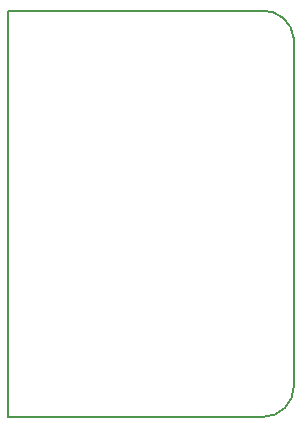
<source format=gbr>
G04 #@! TF.FileFunction,Profile,NP*
%FSLAX46Y46*%
G04 Gerber Fmt 4.6, Leading zero omitted, Abs format (unit mm)*
G04 Created by KiCad (PCBNEW 4.0.5+dfsg1-4) date Mon Jan 29 19:16:24 2018*
%MOMM*%
%LPD*%
G01*
G04 APERTURE LIST*
%ADD10C,0.100000*%
%ADD11C,0.150000*%
G04 APERTURE END LIST*
D10*
D11*
X160200000Y-87800000D02*
X138800000Y-87800000D01*
X163000000Y-119600000D02*
X163000000Y-90200000D01*
X160400000Y-122200000D02*
X138800000Y-122200000D01*
X138800000Y-87800000D02*
X138800000Y-122200000D01*
X163000000Y-90200000D02*
G75*
G03X160200000Y-87800000I-2600000J-200000D01*
G01*
X160400000Y-122200000D02*
G75*
G03X163000000Y-119600000I0J2600000D01*
G01*
M02*

</source>
